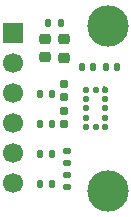
<source format=gbr>
%TF.GenerationSoftware,KiCad,Pcbnew,9.0.4*%
%TF.CreationDate,2025-09-17T09:18:14+02:00*%
%TF.ProjectId,vl53l0_breakout,766c3533-6c30-45f6-9272-65616b6f7574,rev?*%
%TF.SameCoordinates,Original*%
%TF.FileFunction,Soldermask,Top*%
%TF.FilePolarity,Negative*%
%FSLAX46Y46*%
G04 Gerber Fmt 4.6, Leading zero omitted, Abs format (unit mm)*
G04 Created by KiCad (PCBNEW 9.0.4) date 2025-09-17 09:18:14*
%MOMM*%
%LPD*%
G01*
G04 APERTURE LIST*
G04 Aperture macros list*
%AMRoundRect*
0 Rectangle with rounded corners*
0 $1 Rounding radius*
0 $2 $3 $4 $5 $6 $7 $8 $9 X,Y pos of 4 corners*
0 Add a 4 corners polygon primitive as box body*
4,1,4,$2,$3,$4,$5,$6,$7,$8,$9,$2,$3,0*
0 Add four circle primitives for the rounded corners*
1,1,$1+$1,$2,$3*
1,1,$1+$1,$4,$5*
1,1,$1+$1,$6,$7*
1,1,$1+$1,$8,$9*
0 Add four rect primitives between the rounded corners*
20,1,$1+$1,$2,$3,$4,$5,0*
20,1,$1+$1,$4,$5,$6,$7,0*
20,1,$1+$1,$6,$7,$8,$9,0*
20,1,$1+$1,$8,$9,$2,$3,0*%
G04 Aperture macros list end*
%ADD10RoundRect,0.140000X0.140000X0.170000X-0.140000X0.170000X-0.140000X-0.170000X0.140000X-0.170000X0*%
%ADD11RoundRect,0.135000X-0.135000X-0.185000X0.135000X-0.185000X0.135000X0.185000X-0.135000X0.185000X0*%
%ADD12R,1.700000X1.700000*%
%ADD13C,1.700000*%
%ADD14C,3.500000*%
%ADD15RoundRect,0.155000X0.155000X-0.212500X0.155000X0.212500X-0.155000X0.212500X-0.155000X-0.212500X0*%
%ADD16RoundRect,0.140000X-0.140000X-0.170000X0.140000X-0.170000X0.140000X0.170000X-0.140000X0.170000X0*%
%ADD17RoundRect,0.218750X0.256250X-0.218750X0.256250X0.218750X-0.256250X0.218750X-0.256250X-0.218750X0*%
%ADD18RoundRect,0.135000X0.185000X-0.135000X0.185000X0.135000X-0.185000X0.135000X-0.185000X-0.135000X0*%
%ADD19RoundRect,0.135000X-0.185000X0.135000X-0.185000X-0.135000X0.185000X-0.135000X0.185000X0.135000X0*%
%ADD20RoundRect,0.155000X-0.155000X0.212500X-0.155000X-0.212500X0.155000X-0.212500X0.155000X0.212500X0*%
%ADD21RoundRect,0.225000X-0.250000X0.225000X-0.250000X-0.225000X0.250000X-0.225000X0.250000X0.225000X0*%
%ADD22RoundRect,0.062500X-0.062500X0.127500X-0.062500X-0.127500X0.062500X-0.127500X0.062500X0.127500X0*%
%ADD23RoundRect,0.125000X-0.125000X0.125000X-0.125000X-0.125000X0.125000X-0.125000X0.125000X0.125000X0*%
G04 APERTURE END LIST*
D10*
%TO.C,C2*%
X151780000Y-70500000D03*
X150820000Y-70500000D03*
%TD*%
D11*
%TO.C,R5*%
X145238000Y-77818000D03*
X146258000Y-77818000D03*
%TD*%
D12*
%TO.C,J1*%
X143000000Y-67650000D03*
D13*
X143000000Y-70190000D03*
X143000000Y-72730000D03*
X143000000Y-75270000D03*
X143000000Y-77810000D03*
X143000000Y-80350000D03*
%TD*%
D11*
%TO.C,R3*%
X145238000Y-72738000D03*
X146258000Y-72738000D03*
%TD*%
D14*
%TO.C,H1*%
X151000000Y-67000000D03*
%TD*%
D11*
%TO.C,R2*%
X145990000Y-66800000D03*
X147010000Y-66800000D03*
%TD*%
D15*
%TO.C,R9*%
X147272000Y-75337500D03*
X147272000Y-74202500D03*
%TD*%
D11*
%TO.C,R4*%
X145238000Y-75278000D03*
X146258000Y-75278000D03*
%TD*%
D14*
%TO.C,H2*%
X151000000Y-81000000D03*
%TD*%
D16*
%TO.C,C1*%
X148820000Y-70500000D03*
X149780000Y-70500000D03*
%TD*%
D17*
%TO.C,D2*%
X147300000Y-69687500D03*
X147300000Y-68112500D03*
%TD*%
D18*
%TO.C,R1*%
X147526000Y-78582000D03*
X147526000Y-77562000D03*
%TD*%
D19*
%TO.C,R7*%
X147526000Y-79594000D03*
X147526000Y-80614000D03*
%TD*%
D20*
%TO.C,R8*%
X147272000Y-71916500D03*
X147272000Y-73051500D03*
%TD*%
D11*
%TO.C,R6*%
X145238000Y-80358000D03*
X146258000Y-80358000D03*
%TD*%
D21*
%TO.C,C3*%
X145700000Y-68125000D03*
X145700000Y-69675000D03*
%TD*%
D22*
%TO.C,U1*%
X150675000Y-72260000D03*
D23*
X150800000Y-72400000D03*
X150800000Y-73200000D03*
X150800000Y-74000000D03*
X150800000Y-74800000D03*
X150800000Y-75600000D03*
X150000000Y-75600000D03*
X149200000Y-75600000D03*
X149200000Y-74800000D03*
X149200000Y-74000000D03*
X149200000Y-73200000D03*
X149200000Y-72400000D03*
X150000000Y-72400000D03*
%TD*%
M02*

</source>
